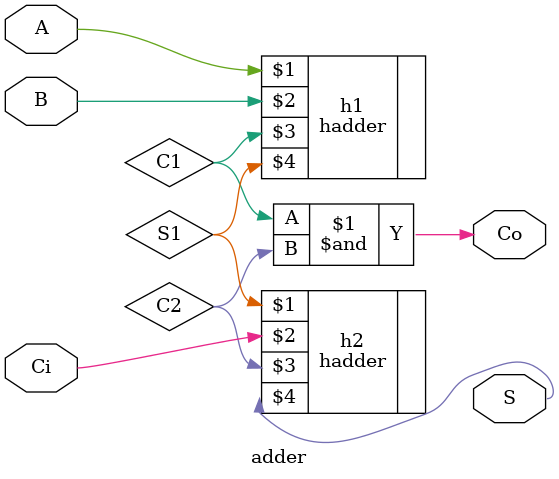
<source format=v>
`timescale 1ns / 1ps


module adder(
    input A,
    input B,
    input Ci,
    output S,
    output Co
    );
    wire C1,C2,S1;
    
    hadder h1(A,B,C1,S1);
    hadder h2(S1,Ci,C2,S);
    assign Co=C1&C2;
endmodule

</source>
